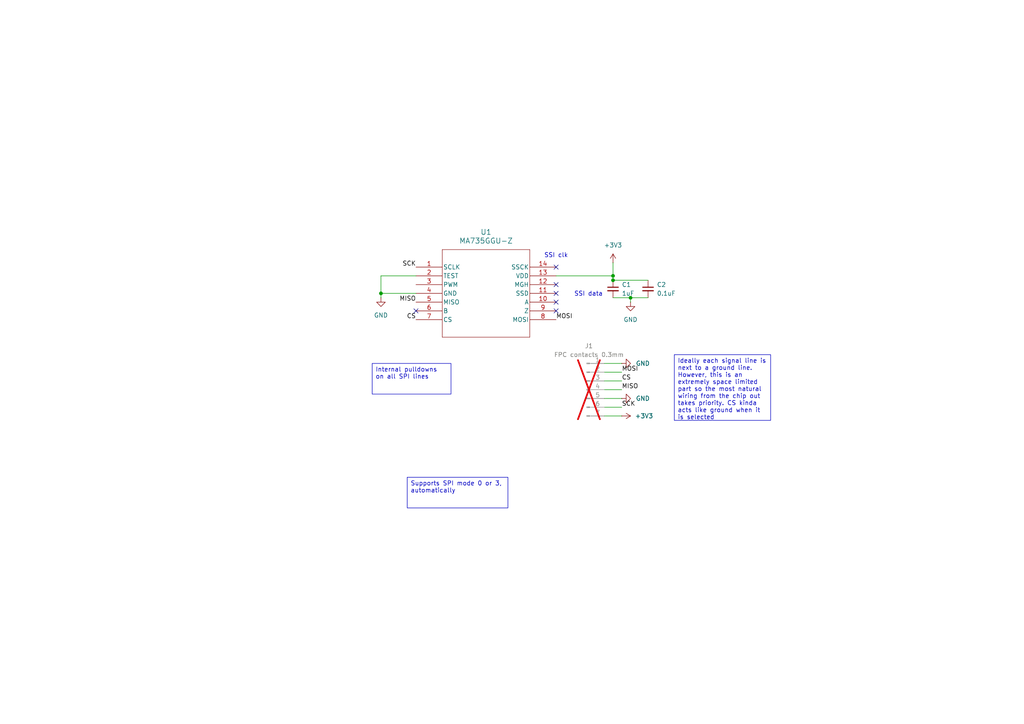
<source format=kicad_sch>
(kicad_sch (version 20250114) (generator "eeschema") (generator_version "9.0")
  (paper "A4")
  (title_block (date "2025-05-05"))
  (lib_symbols
    (symbol "Connector:Conn_01x07_Pin" (pin_names (offset 1.016) (hide yes))
      (property "Reference" "J" (at 0 10.16 0))
      (property "Value" "Conn_01x07_Pin" (at 0 -10.16 0))
      (symbol "Conn_01x07_Pin_1_1"
        (rectangle (start 0.8636 7.747) (end 0 7.493) (stroke (width 0.1524)) (fill (type outline)))
        (rectangle (start 0.8636 5.207) (end 0 4.953) (stroke (width 0.1524)) (fill (type outline)))
        (rectangle (start 0.8636 2.667) (end 0 2.413) (stroke (width 0.1524)) (fill (type outline)))
        (rectangle (start 0.8636 0.127) (end 0 -0.127) (stroke (width 0.1524)) (fill (type outline)))
        (rectangle (start 0.8636 -2.413) (end 0 -2.667) (stroke (width 0.1524)) (fill (type outline)))
        (rectangle (start 0.8636 -4.953) (end 0 -5.207) (stroke (width 0.1524)) (fill (type outline)))
        (rectangle (start 0.8636 -7.493) (end 0 -7.747) (stroke (width 0.1524)) (fill (type outline)))
        (polyline (pts (xy 1.27 7.62) (xy 0.8636 7.62)) (stroke (width 0.1524)))
        (polyline (pts (xy 1.27 5.08) (xy 0.8636 5.08)) (stroke (width 0.1524)))
        (polyline (pts (xy 1.27 2.54) (xy 0.8636 2.54)) (stroke (width 0.1524)))
        (polyline (pts (xy 1.27 0) (xy 0.8636 0)) (stroke (width 0.1524)))
        (polyline (pts (xy 1.27 -2.54) (xy 0.8636 -2.54)) (stroke (width 0.1524)))
        (polyline (pts (xy 1.27 -5.08) (xy 0.8636 -5.08)) (stroke (width 0.1524)))
        (polyline (pts (xy 1.27 -7.62) (xy 0.8636 -7.62)) (stroke (width 0.1524)))
        (pin passive line (at 5.08 7.62 180) (length 3.81) (name "Pin_1") (number "1"))
        (pin passive line (at 5.08 5.08 180) (length 3.81) (name "Pin_2") (number "2"))
        (pin passive line (at 5.08 2.54 180) (length 3.81) (name "Pin_3") (number "3"))
        (pin passive line (at 5.08 0 180) (length 3.81) (name "Pin_4") (number "4"))
        (pin passive line (at 5.08 -2.54 180) (length 3.81) (name "Pin_5") (number "5"))
        (pin passive line (at 5.08 -5.08 180) (length 3.81) (name "Pin_6") (number "6"))
        (pin passive line (at 5.08 -7.62 180) (length 3.81) (name "Pin_7") (number "7"))
      )
    )
    (symbol "Device:C_Small" (pin_numbers (hide yes)) (pin_names (offset 0.254) (hide yes))
      (property "Reference" "C" (at 0.254 1.778 0))
      (property "Value" "C_Small" (at 0.254 -2.032 0))
      (symbol "C_Small_0_1"
        (polyline (pts (xy -1.524 0.508) (xy 1.524 0.508)) (stroke (width 0.3048)))
        (polyline (pts (xy -1.524 -0.508) (xy 1.524 -0.508)) (stroke (width 0.3302)))
      )
      (symbol "C_Small_1_1"
        (pin passive line (at 0 2.54 270) (length 2.032) (name "~") (number "1"))
        (pin passive line (at 0 -2.54 90) (length 2.032) (name "~") (number "2"))
      )
    )
    (symbol "MA735:MA735GGU-Z" (pin_names (offset 0.254))
      (property "Reference" "U" (at 20.32 10.16 0))
      (property "Value" "MA735GGU-Z" (at 20.32 7.62 0))
      (symbol "MA735GGU-Z_0_1"
        (polyline (pts (xy 7.62 5.08) (xy 7.62 -20.32)) (stroke (width 0.127)))
        (polyline (pts (xy 7.62 -20.32) (xy 33.02 -20.32)) (stroke (width 0.127)))
        (polyline (pts (xy 33.02 5.08) (xy 7.62 5.08)) (stroke (width 0.127)))
        (polyline (pts (xy 33.02 -20.32) (xy 33.02 5.08)) (stroke (width 0.127)))
        (pin unspecified line (at 0 0 0) (length 7.62) (name "SCLK") (number "1"))
        (pin unspecified line (at 0 -2.54 0) (length 7.62) (name "TEST") (number "2"))
        (pin output line (at 0 -5.08 0) (length 7.62) (name "PWM") (number "3"))
        (pin power_in line (at 0 -7.62 0) (length 7.62) (name "GND") (number "4"))
        (pin output line (at 0 -10.16 0) (length 7.62) (name "MISO") (number "5"))
        (pin output line (at 0 -12.7 0) (length 7.62) (name "B") (number "6"))
        (pin unspecified line (at 0 -15.24 0) (length 7.62) (name "CS") (number "7"))
        (pin unspecified line (at 40.64 0 180) (length 7.62) (name "SSCK") (number "14"))
        (pin power_in line (at 40.64 -2.54 180) (length 7.62) (name "VDD") (number "13"))
        (pin output line (at 40.64 -5.08 180) (length 7.62) (name "MGH") (number "12"))
        (pin output line (at 40.64 -7.62 180) (length 7.62) (name "SSD") (number "11"))
        (pin output line (at 40.64 -10.16 180) (length 7.62) (name "A") (number "10"))
        (pin output line (at 40.64 -12.7 180) (length 7.62) (name "Z") (number "9"))
        (pin input line (at 40.64 -15.24 180) (length 7.62) (name "MOSI") (number "8"))
      )
    )
    (symbol "power:+3V3" (power) (pin_numbers (hide yes)) (pin_names (offset 0) (hide yes))
      (property "Value" "+3V3" (at 0 3.556 0))
      (symbol "+3V3_0_1"
        (polyline (pts (xy -0.762 1.27) (xy 0 2.54)))
        (polyline (pts (xy 0 2.54) (xy 0.762 1.27)))
        (polyline (pts (xy 0 0) (xy 0 2.54)))
      )
      (symbol "+3V3_1_1"
        (pin power_in line (at 0 0 90) (length 0) (name "~") (number "1"))
      )
    )
    (symbol "power:GND" (power) (pin_numbers (hide yes)) (pin_names (offset 0) (hide yes))
      (property "Value" "GND" (at 0 -3.81 0))
      (symbol "GND_0_1"
        (polyline (pts (xy 0 0) (xy 0 -1.27) (xy 1.27 -1.27) (xy 0 -2.54) (xy -1.27 -1.27) (xy 0 -1.27)))
      )
      (symbol "GND_1_1"
        (pin power_in line (at 0 0 270) (length 0) (name "~") (number "1"))
      )
    )
  )
  (text "SSI clk" (at 161.29 74.168 0) (effects (font (size 1.27 1.27))))
  (text "SSI data" (at 170.688 85.344 0) (effects (font (size 1.27 1.27))))
  (text_box "Supports SPI mode 0 or 3, automatically" (at 118.11 138.43 0) (size 29.21 8.89) (margins 0.9525 0.9525 0.9525 0.9525) (effects (font (size 1.27 1.27)) (justify left top)))
  (text_box "Ideally each signal line is next to a ground line. However, this is an extremely space limited part so the most natural wiring from the chip out takes priority. CS kinda acts like ground when it is selected" (at 195.58 102.87 0) (size 27.94 19.05) (margins 0.9525 0.9525 0.9525 0.9525) (effects (font (size 1.27 1.27)) (justify left top)))
  (text_box "Internal pulldowns on all SPI lines" (at 107.95 105.41 0) (size 22.86 8.89) (margins 0.9525 0.9525 0.9525 0.9525) (effects (font (size 1.27 1.27)) (justify left top)))
  (junction (at 177.8 80.01))
  (junction (at 110.49 85.09))
  (junction (at 177.8 81.28))
  (junction (at 182.88 86.36))
  (no_connect (at 120.65 90.17))
  (no_connect (at 161.29 82.55))
  (no_connect (at 161.29 90.17))
  (no_connect (at 161.29 87.63))
  (no_connect (at 161.29 77.47))
  (no_connect (at 161.29 85.09))
  (wire (pts (xy 177.8 86.36) (xy 182.88 86.36)))
  (wire (pts (xy 180.34 120.65) (xy 175.26 120.65)))
  (wire (pts (xy 180.34 115.57) (xy 175.26 115.57)))
  (wire (pts (xy 110.49 85.09) (xy 110.49 86.36)))
  (wire (pts (xy 187.96 81.28) (xy 177.8 81.28)))
  (wire (pts (xy 110.49 80.01) (xy 110.49 85.09)))
  (wire (pts (xy 182.88 86.36) (xy 182.88 87.63)))
  (wire (pts (xy 175.26 113.03) (xy 180.34 113.03)))
  (wire (pts (xy 177.8 80.01) (xy 177.8 76.2)))
  (wire (pts (xy 175.26 107.95) (xy 180.34 107.95)))
  (wire (pts (xy 120.65 85.09) (xy 110.49 85.09)))
  (wire (pts (xy 180.34 110.49) (xy 175.26 110.49)))
  (wire (pts (xy 182.88 86.36) (xy 187.96 86.36)))
  (wire (pts (xy 120.65 80.01) (xy 110.49 80.01)))
  (wire (pts (xy 180.34 118.11) (xy 175.26 118.11)))
  (wire (pts (xy 180.34 105.41) (xy 175.26 105.41)))
  (wire (pts (xy 177.8 80.01) (xy 177.8 81.28)))
  (wire (pts (xy 161.29 80.01) (xy 177.8 80.01)))
  (label "CS" (at 120.65 92.71 180))
  (label "MOSI" (at 180.34 107.95 0))
  (label "MISO" (at 180.34 113.03 0))
  (label "MOSI" (at 161.29 92.71 0))
  (label "MISO" (at 120.65 87.63 180))
  (label "CS" (at 180.34 110.49 0))
  (label "SCK" (at 180.34 118.11 0))
  (label "SCK" (at 120.65 77.47 180))
  (symbol (lib_id "Device:C_Small") (at 177.8 83.82 0) (unit 1)
    (property "Reference" "C1" (at 180.34 82.5562 0) (effects (justify left)))
    (property "Value" "1uF" (at 180.34 85.0962 0) (effects (justify left)))
    (property "Footprint" "Capacitor_SMD:C_0402_1005Metric" (effects (hide yes)))
    (property "Description" "Unpolarized capacitor, small symbol" (effects (hide yes)))
    (property "LCSC" "C52923" (effects (hide yes)))
  )
  (symbol (lib_id "power:GND") (at 182.88 87.63 0) (unit 1)
    (property "Reference" "#PWR02" (effects (hide yes)))
    (property "Value" "GND" (at 182.88 92.71 0))
    (property "Description" "Power symbol creates a global label with name \"GND\" , ground" (effects (hide yes)))
  )
  (symbol (lib_id "Device:C_Small") (at 187.96 83.82 0) (unit 1)
    (property "Reference" "C2" (at 190.5 82.5562 0) (effects (justify left)))
    (property "Value" "0.1uF" (at 190.5 85.0962 0) (effects (justify left)))
    (property "Footprint" "Capacitor_SMD:C_0402_1005Metric" (effects (hide yes)))
    (property "Description" "Unpolarized capacitor, small symbol" (effects (hide yes)))
    (property "LCSC" "C1525" (effects (hide yes)))
  )
  (symbol (lib_id "power:GND") (at 180.34 115.57 90) (unit 1)
    (property "Reference" "#PWR04" (effects (hide yes)))
    (property "Value" "GND" (at 184.404 115.5701 90) (effects (justify right)))
    (property "Description" "Power symbol creates a global label with name \"GND\" , ground" (effects (hide yes)))
  )
  (symbol (lib_id "power:+3V3") (at 180.34 120.65 270) (unit 1)
    (property "Reference" "#PWR07" (effects (hide yes)))
    (property "Value" "+3V3" (at 184.15 120.6501 90) (effects (justify left)))
    (property "Description" "Power symbol creates a global label with name \"+3V3\"" (effects (hide yes)))
  )
  (symbol (lib_id "MA735:MA735GGU-Z") (at 120.65 77.47 0) (unit 1)
    (property "Reference" "U1" (at 140.97 67.31 0) (effects (font (size 1.524 1.524))))
    (property "Value" "MA735GGU-Z" (at 140.97 69.85 0) (effects (font (size 1.524 1.524))))
    (property "Footprint" "MA730:UTQFN-14_MA735_MNP" (effects (hide yes)))
    (property "Datasheet" "MA735GGU-Z" (effects (hide yes)))
    (property "LCSC" "C17233427" (effects (hide yes)))
  )
  (symbol (lib_id "power:+3V3") (at 177.8 76.2 0) (unit 1)
    (property "Reference" "#PWR01" (effects (hide yes)))
    (property "Value" "+3V3" (at 177.8 71.12 0))
    (property "Description" "Power symbol creates a global label with name \"+3V3\"" (effects (hide yes)))
  )
  (symbol (lib_id "power:GND") (at 180.34 105.41 90) (unit 1)
    (property "Reference" "#PWR05" (effects (hide yes)))
    (property "Value" "GND" (at 184.404 105.4101 90) (effects (justify right)))
    (property "Description" "Power symbol creates a global label with name \"GND\" , ground" (effects (hide yes)))
  )
  (symbol (lib_id "power:GND") (at 110.49 86.36 0) (unit 1)
    (property "Reference" "#PWR03" (effects (hide yes)))
    (property "Value" "GND" (at 110.49 91.44 0))
    (property "Description" "Power symbol creates a global label with name \"GND\" , ground" (effects (hide yes)))
  )
  (symbol (lib_id "Connector:Conn_01x07_Pin") (at 170.18 113.03 0) (unit 1) (dnp yes)
    (property "Reference" "J1" (at 170.815 100.33 0))
    (property "Value" "FPC contacts 0.3mm" (at 170.815 102.87 0))
    (property "Footprint" "custom_testpoints:7pin_fpc_contact_0.3mmptich" (effects (hide yes)))
    (property "Description" "Generic connector, single row, 01x07, script generated" (effects (hide yes)))
  )
)
</source>
